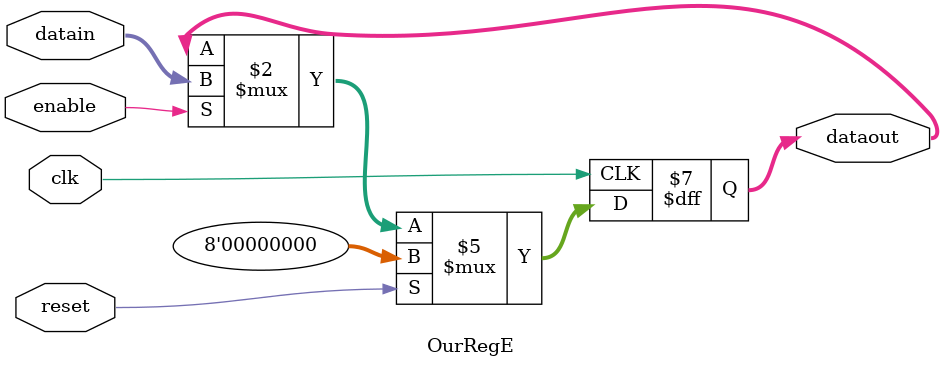
<source format=v>
module OurRegE #(parameter W = 8)(
    input clk,      // Clock
	 input reset,
	 input enable,
    input [W-1:0] datain,
	 output reg [W-1:0]dataout // W-bit output
);
    always @(posedge clk)begin
	  if(reset)begin
			dataout<={W{1'b0}};
		end
		else if (enable) begin 
			dataout<=datain;
		end
	  end

endmodule
</source>
